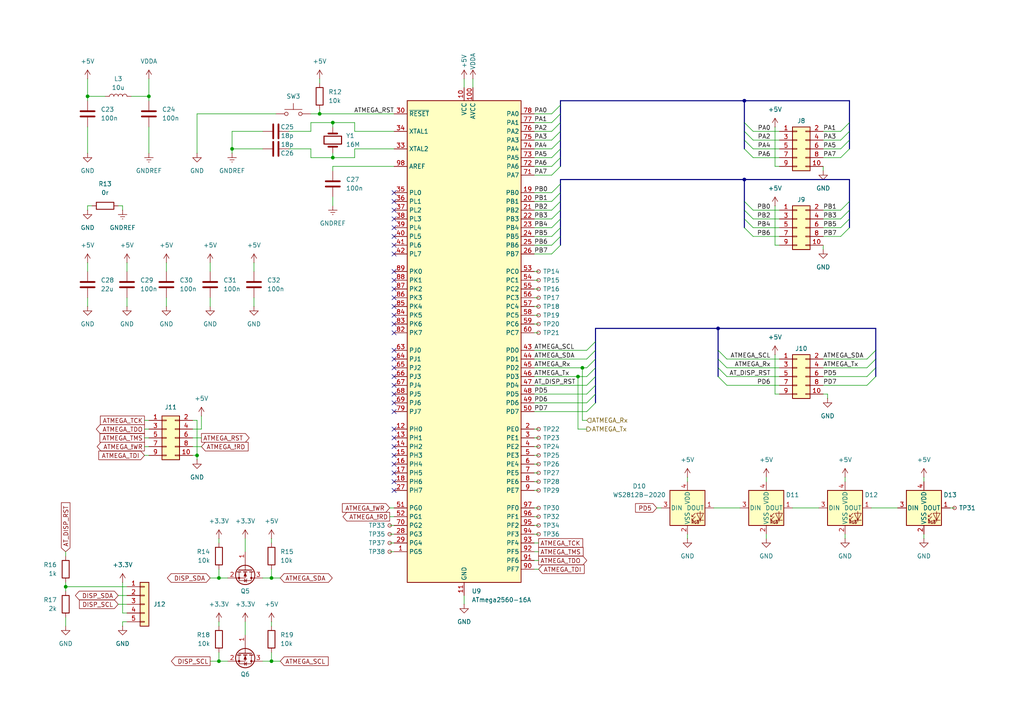
<source format=kicad_sch>
(kicad_sch (version 20231120) (generator "eeschema") (generator_version "8.0")
  (paper "A4")
  (title_block (rev "v1.0") (company "Mechatronik Schule Winterthur"))
  (junction (at 63.5 167.64))
  (junction (at 43.18 27.94))
  (junction (at 168.91 106.68))
  (junction (at 215.9 52.07))
  (junction (at 96.52 35.56))
  (junction (at 19.05 170.18))
  (junction (at 67.31 43.18))
  (junction (at 78.74 191.77))
  (junction (at 208.28 95.25))
  (junction (at 215.9 29.21))
  (junction (at 96.52 45.72))
  (junction (at 78.74 167.64))
  (junction (at 25.4 27.94))
  (junction (at 92.71 33.02))
  (junction (at 63.5 191.77))
  (junction (at 57.15 132.08))
  (junction (at 167.64 109.22))
  (no_connect (at 114.3 60.96))
  (no_connect (at 114.3 71.12))
  (no_connect (at 114.3 137.16))
  (no_connect (at 114.3 111.76))
  (no_connect (at 114.3 81.28))
  (no_connect (at 114.3 114.3))
  (no_connect (at 114.3 88.9))
  (no_connect (at 114.3 134.62))
  (no_connect (at 114.3 66.04))
  (no_connect (at 114.3 142.24))
  (no_connect (at 114.3 58.42))
  (no_connect (at 114.3 104.14))
  (no_connect (at 114.3 119.38))
  (no_connect (at 114.3 116.84))
  (no_connect (at 114.3 124.46))
  (no_connect (at 114.3 55.88))
  (no_connect (at 114.3 91.44))
  (no_connect (at 114.3 83.82))
  (no_connect (at 114.3 132.08))
  (no_connect (at 114.3 127))
  (no_connect (at 114.3 78.74))
  (no_connect (at 114.3 101.6))
  (no_connect (at 114.3 129.54))
  (no_connect (at 114.3 86.36))
  (no_connect (at 114.3 68.58))
  (no_connect (at 114.3 106.68))
  (no_connect (at 114.3 139.7))
  (no_connect (at 114.3 109.22))
  (no_connect (at 114.3 73.66))
  (no_connect (at 114.3 93.98))
  (no_connect (at 114.3 63.5))
  (no_connect (at 114.3 96.52))
  (bus_entry (at 215.9 40.64) (size 2.54 2.54))
  (bus_entry (at 160.02 45.72) (size 2.54 -2.54))
  (bus_entry (at 243.84 68.58) (size 2.54 -2.54))
  (bus_entry (at 251.46 106.68) (size 2.54 -2.54))
  (bus_entry (at 251.46 109.22) (size 2.54 -2.54))
  (bus_entry (at 160.02 73.66) (size 2.54 -2.54))
  (bus_entry (at 170.18 114.3) (size 2.54 -2.54))
  (bus_entry (at 160.02 71.12) (size 2.54 -2.54))
  (bus_entry (at 170.18 106.68) (size 2.54 -2.54))
  (bus_entry (at 160.02 60.96) (size 2.54 -2.54))
  (bus_entry (at 170.18 116.84) (size 2.54 -2.54))
  (bus_entry (at 215.9 60.96) (size 2.54 2.54))
  (bus_entry (at 160.02 35.56) (size 2.54 -2.54))
  (bus_entry (at 160.02 68.58) (size 2.54 -2.54))
  (bus_entry (at 170.18 104.14) (size 2.54 -2.54))
  (bus_entry (at 160.02 38.1) (size 2.54 -2.54))
  (bus_entry (at 160.02 66.04) (size 2.54 -2.54))
  (bus_entry (at 243.84 43.18) (size 2.54 -2.54))
  (bus_entry (at 160.02 63.5) (size 2.54 -2.54))
  (bus_entry (at 170.18 111.76) (size 2.54 -2.54))
  (bus_entry (at 208.28 106.68) (size 2.54 2.54))
  (bus_entry (at 160.02 50.8) (size 2.54 -2.54))
  (bus_entry (at 251.46 111.76) (size 2.54 -2.54))
  (bus_entry (at 243.84 45.72) (size 2.54 -2.54))
  (bus_entry (at 215.9 35.56) (size 2.54 2.54))
  (bus_entry (at 215.9 66.04) (size 2.54 2.54))
  (bus_entry (at 208.28 101.6) (size 2.54 2.54))
  (bus_entry (at 243.84 63.5) (size 2.54 -2.54))
  (bus_entry (at 215.9 38.1) (size 2.54 2.54))
  (bus_entry (at 208.28 104.14) (size 2.54 2.54))
  (bus_entry (at 251.46 104.14) (size 2.54 -2.54))
  (bus_entry (at 160.02 33.02) (size 2.54 -2.54))
  (bus_entry (at 170.18 119.38) (size 2.54 -2.54))
  (bus_entry (at 160.02 43.18) (size 2.54 -2.54))
  (bus_entry (at 160.02 55.88) (size 2.54 -2.54))
  (bus_entry (at 243.84 38.1) (size 2.54 -2.54))
  (bus_entry (at 208.28 109.22) (size 2.54 2.54))
  (bus_entry (at 170.18 101.6) (size 2.54 -2.54))
  (bus_entry (at 243.84 40.64) (size 2.54 -2.54))
  (bus_entry (at 160.02 40.64) (size 2.54 -2.54))
  (bus_entry (at 215.9 58.42) (size 2.54 2.54))
  (bus_entry (at 215.9 63.5) (size 2.54 2.54))
  (bus_entry (at 215.9 43.18) (size 2.54 2.54))
  (bus_entry (at 160.02 48.26) (size 2.54 -2.54))
  (bus_entry (at 243.84 66.04) (size 2.54 -2.54))
  (bus_entry (at 170.18 109.22) (size 2.54 -2.54))
  (bus_entry (at 160.02 58.42) (size 2.54 -2.54))
  (bus_entry (at 243.84 60.96) (size 2.54 -2.54))
  (wire (pts (xy 78.74 191.77) (xy 81.28 191.77)))
  (bus (pts (xy 215.9 40.64) (xy 215.9 43.18)))
  (wire (pts (xy 154.94 88.9) (xy 156.21 88.9)))
  (wire (pts (xy 96.52 35.56) (xy 102.87 35.56)))
  (bus (pts (xy 208.28 101.6) (xy 208.28 104.14)))
  (wire (pts (xy 154.94 43.18) (xy 160.02 43.18)))
  (wire (pts (xy 224.79 59.69) (xy 224.79 71.12)))
  (wire (pts (xy 154.94 78.74) (xy 156.21 78.74)))
  (wire (pts (xy 76.2 38.1) (xy 67.31 38.1)))
  (wire (pts (xy 36.83 76.2) (xy 36.83 78.74)))
  (wire (pts (xy 114.3 157.48) (xy 113.03 157.48)))
  (wire (pts (xy 154.94 35.56) (xy 160.02 35.56)))
  (bus (pts (xy 246.38 29.21) (xy 246.38 35.56)))
  (bus (pts (xy 254 104.14) (xy 254 101.6)))
  (wire (pts (xy 90.17 43.18) (xy 83.82 43.18)))
  (wire (pts (xy 245.11 154.94) (xy 245.11 156.21)))
  (wire (pts (xy 19.05 179.07) (xy 19.05 181.61)))
  (wire (pts (xy 224.79 114.3) (xy 226.06 114.3)))
  (wire (pts (xy 96.52 35.56) (xy 96.52 36.83)))
  (wire (pts (xy 134.62 22.86) (xy 134.62 25.4)))
  (wire (pts (xy 36.83 180.34) (xy 35.56 180.34)))
  (wire (pts (xy 245.11 138.43) (xy 245.11 139.7)))
  (wire (pts (xy 238.76 43.18) (xy 243.84 43.18)))
  (wire (pts (xy 168.91 121.92) (xy 168.91 106.68)))
  (wire (pts (xy 199.39 138.43) (xy 199.39 139.7)))
  (wire (pts (xy 63.5 165.1) (xy 63.5 167.64)))
  (bus (pts (xy 246.38 38.1) (xy 246.38 40.64)))
  (wire (pts (xy 63.5 156.21) (xy 63.5 157.48)))
  (wire (pts (xy 114.3 154.94) (xy 113.03 154.94)))
  (wire (pts (xy 71.12 180.34) (xy 71.12 184.15)))
  (bus (pts (xy 162.56 55.88) (xy 162.56 58.42)))
  (wire (pts (xy 78.74 189.23) (xy 78.74 191.77)))
  (wire (pts (xy 78.74 180.34) (xy 78.74 181.61)))
  (wire (pts (xy 55.88 129.54) (xy 58.42 129.54)))
  (wire (pts (xy 260.35 147.32) (xy 252.73 147.32)))
  (wire (pts (xy 353.06 276.86) (xy 353.06 278.13)))
  (wire (pts (xy 41.91 124.46) (xy 43.18 124.46)))
  (wire (pts (xy 238.76 104.14) (xy 251.46 104.14)))
  (bus (pts (xy 162.56 29.21) (xy 215.9 29.21)))
  (wire (pts (xy 154.94 38.1) (xy 160.02 38.1)))
  (wire (pts (xy 199.39 154.94) (xy 199.39 156.21)))
  (wire (pts (xy 41.91 132.08) (xy 43.18 132.08)))
  (wire (pts (xy 41.91 121.92) (xy 43.18 121.92)))
  (wire (pts (xy 19.05 160.02) (xy 19.05 161.29)))
  (bus (pts (xy 246.38 58.42) (xy 246.38 60.96)))
  (wire (pts (xy 154.94 96.52) (xy 156.21 96.52)))
  (bus (pts (xy 162.56 35.56) (xy 162.56 38.1)))
  (bus (pts (xy 246.38 52.07) (xy 246.38 58.42)))
  (wire (pts (xy 154.94 81.28) (xy 156.21 81.28)))
  (wire (pts (xy 36.83 177.8) (xy 35.56 177.8)))
  (wire (pts (xy 224.79 102.87) (xy 224.79 114.3)))
  (wire (pts (xy 25.4 86.36) (xy 25.4 88.9)))
  (wire (pts (xy 170.18 121.92) (xy 168.91 121.92)))
  (wire (pts (xy 102.87 35.56) (xy 102.87 38.1)))
  (wire (pts (xy 240.03 114.3) (xy 240.03 115.57)))
  (wire (pts (xy 60.96 76.2) (xy 60.96 78.74)))
  (wire (pts (xy 76.2 167.64) (xy 78.74 167.64)))
  (wire (pts (xy 224.79 71.12) (xy 226.06 71.12)))
  (wire (pts (xy 154.94 101.6) (xy 170.18 101.6)))
  (bus (pts (xy 172.72 95.25) (xy 172.72 99.06)))
  (wire (pts (xy 63.5 167.64) (xy 66.04 167.64)))
  (wire (pts (xy 218.44 40.64) (xy 226.06 40.64)))
  (wire (pts (xy 210.82 111.76) (xy 226.06 111.76)))
  (bus (pts (xy 215.9 58.42) (xy 215.9 60.96)))
  (wire (pts (xy 58.42 124.46) (xy 58.42 120.65)))
  (bus (pts (xy 208.28 95.25) (xy 208.28 101.6)))
  (wire (pts (xy 210.82 104.14) (xy 226.06 104.14)))
  (wire (pts (xy 92.71 31.75) (xy 92.71 33.02)))
  (bus (pts (xy 162.56 60.96) (xy 162.56 63.5)))
  (wire (pts (xy 267.97 138.43) (xy 267.97 139.7)))
  (wire (pts (xy 154.94 50.8) (xy 160.02 50.8)))
  (wire (pts (xy 154.94 83.82) (xy 156.21 83.82)))
  (wire (pts (xy 167.64 109.22) (xy 170.18 109.22)))
  (wire (pts (xy 55.88 132.08) (xy 57.15 132.08)))
  (wire (pts (xy 154.94 147.32) (xy 156.21 147.32)))
  (wire (pts (xy 43.18 22.86) (xy 43.18 27.94)))
  (wire (pts (xy 238.76 106.68) (xy 251.46 106.68)))
  (wire (pts (xy 114.3 160.02) (xy 113.03 160.02)))
  (bus (pts (xy 162.56 40.64) (xy 162.56 43.18)))
  (wire (pts (xy 154.94 109.22) (xy 167.64 109.22)))
  (wire (pts (xy 80.01 33.02) (xy 57.15 33.02)))
  (wire (pts (xy 38.1 27.94) (xy 43.18 27.94)))
  (wire (pts (xy 238.76 71.12) (xy 238.76 72.39)))
  (wire (pts (xy 73.66 86.36) (xy 73.66 88.9)))
  (wire (pts (xy 137.16 22.86) (xy 137.16 25.4)))
  (wire (pts (xy 90.17 35.56) (xy 96.52 35.56)))
  (wire (pts (xy 154.94 165.1) (xy 156.21 165.1)))
  (wire (pts (xy 57.15 121.92) (xy 57.15 132.08)))
  (wire (pts (xy 60.96 167.64) (xy 63.5 167.64)))
  (wire (pts (xy 154.94 93.98) (xy 156.21 93.98)))
  (wire (pts (xy 25.4 60.96) (xy 25.4 59.69)))
  (bus (pts (xy 172.72 111.76) (xy 172.72 114.3)))
  (wire (pts (xy 83.82 38.1) (xy 90.17 38.1)))
  (wire (pts (xy 113.03 147.32) (xy 114.3 147.32)))
  (wire (pts (xy 113.03 149.86) (xy 114.3 149.86)))
  (bus (pts (xy 172.72 106.68) (xy 172.72 109.22)))
  (wire (pts (xy 96.52 44.45) (xy 96.52 45.72)))
  (wire (pts (xy 92.71 33.02) (xy 114.3 33.02)))
  (wire (pts (xy 154.94 58.42) (xy 160.02 58.42)))
  (wire (pts (xy 67.31 43.18) (xy 76.2 43.18)))
  (wire (pts (xy 218.44 43.18) (xy 226.06 43.18)))
  (wire (pts (xy 43.18 36.83) (xy 43.18 44.45)))
  (wire (pts (xy 154.94 60.96) (xy 160.02 60.96)))
  (wire (pts (xy 154.94 40.64) (xy 160.02 40.64)))
  (wire (pts (xy 154.94 63.5) (xy 160.02 63.5)))
  (wire (pts (xy 224.79 36.83) (xy 224.79 48.26)))
  (wire (pts (xy 25.4 27.94) (xy 30.48 27.94)))
  (wire (pts (xy 154.94 71.12) (xy 160.02 71.12)))
  (wire (pts (xy 55.88 121.92) (xy 57.15 121.92)))
  (wire (pts (xy 154.94 149.86) (xy 156.21 149.86)))
  (wire (pts (xy 154.94 132.08) (xy 156.21 132.08)))
  (wire (pts (xy 375.92 276.86) (xy 375.92 278.13)))
  (wire (pts (xy 154.94 129.54) (xy 156.21 129.54)))
  (bus (pts (xy 162.56 52.07) (xy 215.9 52.07)))
  (wire (pts (xy 168.91 106.68) (xy 170.18 106.68)))
  (wire (pts (xy 34.29 172.72) (xy 36.83 172.72)))
  (bus (pts (xy 172.72 99.06) (xy 172.72 101.6)))
  (wire (pts (xy 73.66 76.2) (xy 73.66 78.74)))
  (wire (pts (xy 48.26 86.36) (xy 48.26 88.9)))
  (wire (pts (xy 167.64 124.46) (xy 167.64 109.22)))
  (wire (pts (xy 60.96 191.77) (xy 63.5 191.77)))
  (wire (pts (xy 43.18 27.94) (xy 43.18 29.21)))
  (wire (pts (xy 154.94 127) (xy 156.21 127)))
  (wire (pts (xy 154.94 48.26) (xy 160.02 48.26)))
  (wire (pts (xy 222.25 154.94) (xy 222.25 156.21)))
  (wire (pts (xy 41.91 129.54) (xy 43.18 129.54)))
  (wire (pts (xy 48.26 76.2) (xy 48.26 78.74)))
  (bus (pts (xy 246.38 63.5) (xy 246.38 66.04)))
  (wire (pts (xy 218.44 66.04) (xy 226.06 66.04)))
  (wire (pts (xy 154.94 142.24) (xy 156.21 142.24)))
  (bus (pts (xy 162.56 58.42) (xy 162.56 60.96)))
  (wire (pts (xy 154.94 139.7) (xy 156.21 139.7)))
  (wire (pts (xy 224.79 48.26) (xy 226.06 48.26)))
  (wire (pts (xy 154.94 68.58) (xy 160.02 68.58)))
  (wire (pts (xy 218.44 63.5) (xy 226.06 63.5)))
  (wire (pts (xy 102.87 38.1) (xy 114.3 38.1)))
  (wire (pts (xy 19.05 170.18) (xy 36.83 170.18)))
  (wire (pts (xy 238.76 40.64) (xy 243.84 40.64)))
  (wire (pts (xy 19.05 170.18) (xy 19.05 171.45)))
  (wire (pts (xy 154.94 160.02) (xy 156.21 160.02)))
  (wire (pts (xy 96.52 48.26) (xy 114.3 48.26)))
  (bus (pts (xy 162.56 68.58) (xy 162.56 71.12)))
  (bus (pts (xy 162.56 30.48) (xy 162.56 33.02)))
  (wire (pts (xy 55.88 127) (xy 58.42 127)))
  (wire (pts (xy 154.94 116.84) (xy 170.18 116.84)))
  (wire (pts (xy 90.17 45.72) (xy 90.17 43.18)))
  (bus (pts (xy 162.56 66.04) (xy 162.56 68.58)))
  (bus (pts (xy 254 106.68) (xy 254 104.14)))
  (wire (pts (xy 238.76 60.96) (xy 243.84 60.96)))
  (wire (pts (xy 102.87 43.18) (xy 102.87 45.72)))
  (wire (pts (xy 218.44 68.58) (xy 226.06 68.58)))
  (wire (pts (xy 222.25 138.43) (xy 222.25 139.7)))
  (wire (pts (xy 78.74 156.21) (xy 78.74 157.48)))
  (bus (pts (xy 215.9 63.5) (xy 215.9 66.04)))
  (bus (pts (xy 215.9 29.21) (xy 215.9 35.56)))
  (wire (pts (xy 35.56 59.69) (xy 34.29 59.69)))
  (bus (pts (xy 215.9 38.1) (xy 215.9 40.64)))
  (bus (pts (xy 172.72 109.22) (xy 172.72 111.76)))
  (wire (pts (xy 154.94 152.4) (xy 156.21 152.4)))
  (wire (pts (xy 76.2 191.77) (xy 78.74 191.77)))
  (wire (pts (xy 57.15 132.08) (xy 57.15 133.35)))
  (wire (pts (xy 134.62 172.72) (xy 134.62 175.26)))
  (wire (pts (xy 63.5 180.34) (xy 63.5 181.61)))
  (wire (pts (xy 92.71 22.86) (xy 92.71 24.13)))
  (wire (pts (xy 78.74 167.64) (xy 81.28 167.64)))
  (wire (pts (xy 154.94 55.88) (xy 160.02 55.88)))
  (wire (pts (xy 210.82 106.68) (xy 226.06 106.68)))
  (wire (pts (xy 238.76 63.5) (xy 243.84 63.5)))
  (wire (pts (xy 276.86 147.32) (xy 275.59 147.32)))
  (wire (pts (xy 71.12 156.21) (xy 71.12 160.02)))
  (wire (pts (xy 207.01 147.32) (xy 214.63 147.32)))
  (wire (pts (xy 154.94 106.68) (xy 168.91 106.68)))
  (bus (pts (xy 162.56 45.72) (xy 162.56 48.26)))
  (wire (pts (xy 96.52 49.53) (xy 96.52 48.26)))
  (wire (pts (xy 398.78 276.86) (xy 398.78 278.13)))
  (wire (pts (xy 63.5 191.77) (xy 66.04 191.77)))
  (wire (pts (xy 35.56 180.34) (xy 35.56 181.61)))
  (wire (pts (xy 19.05 168.91) (xy 19.05 170.18)))
  (bus (pts (xy 254 101.6) (xy 254 95.25)))
  (wire (pts (xy 238.76 109.22) (xy 251.46 109.22)))
  (bus (pts (xy 172.72 101.6) (xy 172.72 104.14)))
  (wire (pts (xy 154.94 114.3) (xy 170.18 114.3)))
  (wire (pts (xy 114.3 152.4) (xy 113.03 152.4)))
  (wire (pts (xy 102.87 45.72) (xy 96.52 45.72)))
  (wire (pts (xy 238.76 114.3) (xy 240.03 114.3)))
  (wire (pts (xy 154.94 45.72) (xy 160.02 45.72)))
  (bus (pts (xy 254 95.25) (xy 208.28 95.25)))
  (bus (pts (xy 208.28 104.14) (xy 208.28 106.68)))
  (bus (pts (xy 172.72 114.3) (xy 172.72 116.84)))
  (wire (pts (xy 154.94 154.94) (xy 156.21 154.94)))
  (bus (pts (xy 162.56 38.1) (xy 162.56 40.64)))
  (bus (pts (xy 172.72 95.25) (xy 208.28 95.25)))
  (wire (pts (xy 34.29 175.26) (xy 36.83 175.26)))
  (wire (pts (xy 154.94 162.56) (xy 156.21 162.56)))
  (wire (pts (xy 154.94 124.46) (xy 156.21 124.46)))
  (wire (pts (xy 267.97 154.94) (xy 267.97 156.21)))
  (bus (pts (xy 246.38 60.96) (xy 246.38 63.5)))
  (bus (pts (xy 215.9 29.21) (xy 246.38 29.21)))
  (wire (pts (xy 154.94 157.48) (xy 156.21 157.48)))
  (wire (pts (xy 330.2 276.86) (xy 330.2 278.13)))
  (wire (pts (xy 154.94 134.62) (xy 156.21 134.62)))
  (wire (pts (xy 35.56 60.96) (xy 35.56 59.69)))
  (wire (pts (xy 63.5 189.23) (xy 63.5 191.77)))
  (wire (pts (xy 154.94 86.36) (xy 156.21 86.36)))
  (wire (pts (xy 25.4 22.86) (xy 25.4 27.94)))
  (wire (pts (xy 154.94 66.04) (xy 160.02 66.04)))
  (wire (pts (xy 25.4 27.94) (xy 25.4 29.21)))
  (wire (pts (xy 154.94 73.66) (xy 160.02 73.66)))
  (wire (pts (xy 114.3 43.18) (xy 102.87 43.18)))
  (wire (pts (xy 218.44 60.96) (xy 226.06 60.96)))
  (wire (pts (xy 67.31 38.1) (xy 67.31 43.18)))
  (bus (pts (xy 208.28 106.68) (xy 208.28 109.22)))
  (bus (pts (xy 246.38 35.56) (xy 246.38 38.1)))
  (bus (pts (xy 215.9 52.07) (xy 246.38 52.07)))
  (bus (pts (xy 215.9 60.96) (xy 215.9 63.5)))
  (wire (pts (xy 96.52 57.15) (xy 96.52 59.69)))
  (wire (pts (xy 78.74 165.1) (xy 78.74 167.64)))
  (wire (pts (xy 218.44 38.1) (xy 226.06 38.1)))
  (wire (pts (xy 190.5 147.32) (xy 191.77 147.32)))
  (wire (pts (xy 25.4 36.83) (xy 25.4 44.45)))
  (wire (pts (xy 96.52 45.72) (xy 90.17 45.72)))
  (wire (pts (xy 238.76 111.76) (xy 251.46 111.76)))
  (wire (pts (xy 154.94 33.02) (xy 160.02 33.02)))
  (wire (pts (xy 36.83 86.36) (xy 36.83 88.9)))
  (wire (pts (xy 90.17 33.02) (xy 92.71 33.02)))
  (bus (pts (xy 162.56 52.07) (xy 162.56 53.34)))
  (wire (pts (xy 41.91 127) (xy 43.18 127)))
  (wire (pts (xy 154.94 137.16) (xy 156.21 137.16)))
  (wire (pts (xy 154.94 104.14) (xy 170.18 104.14)))
  (wire (pts (xy 238.76 38.1) (xy 243.84 38.1)))
  (wire (pts (xy 238.76 68.58) (xy 243.84 68.58)))
  (wire (pts (xy 210.82 109.22) (xy 226.06 109.22)))
  (wire (pts (xy 90.17 38.1) (xy 90.17 35.56)))
  (bus (pts (xy 246.38 40.64) (xy 246.38 43.18)))
  (bus (pts (xy 162.56 29.21) (xy 162.56 30.48)))
  (bus (pts (xy 215.9 52.07) (xy 215.9 58.42)))
  (wire (pts (xy 170.18 124.46) (xy 167.64 124.46)))
  (wire (pts (xy 154.94 119.38) (xy 170.18 119.38)))
  (wire (pts (xy 60.96 86.36) (xy 60.96 88.9)))
  (wire (pts (xy 229.87 147.32) (xy 237.49 147.32)))
  (bus (pts (xy 162.56 53.34) (xy 162.56 55.88)))
  (wire (pts (xy 238.76 45.72) (xy 243.84 45.72)))
  (bus (pts (xy 162.56 33.02) (xy 162.56 35.56)))
  (wire (pts (xy 154.94 91.44) (xy 156.21 91.44)))
  (wire (pts (xy 35.56 177.8) (xy 35.56 168.91)))
  (bus (pts (xy 162.56 63.5) (xy 162.56 66.04)))
  (wire (pts (xy 218.44 45.72) (xy 226.06 45.72)))
  (bus (pts (xy 162.56 43.18) (xy 162.56 45.72)))
  (wire (pts (xy 238.76 48.26) (xy 238.76 49.53)))
  (bus (pts (xy 254 109.22) (xy 254 106.68)))
  (wire (pts (xy 154.94 111.76) (xy 170.18 111.76)))
  (wire (pts (xy 55.88 124.46) (xy 58.42 124.46)))
  (wire (pts (xy 57.15 33.02) (xy 57.15 44.45)))
  (wire (pts (xy 67.31 43.18) (xy 67.31 44.45)))
  (wire (pts (xy 25.4 59.69) (xy 26.67 59.69)))
  (wire (pts (xy 25.4 76.2) (xy 25.4 78.74)))
  (bus (pts (xy 215.9 35.56) (xy 215.9 38.1)))
  (wire (pts (xy 238.76 66.04) (xy 243.84 66.04)))
  (bus (pts (xy 172.72 104.14) (xy 172.72 106.68)))
  (label "PA0" (at 223.52 38.1 180))
  (label "PB6" (at 154.94 71.12 0))
  (label "PB3" (at 154.94 63.5 0))
  (label "ATMEGA_SCL" (at 223.52 104.14 180))
  (label "ATMEGA_Rx" (at 154.94 106.68 0))
  (label "ATMEGA_Tx" (at 154.94 109.22 0))
  (label "PB2" (at 154.94 60.96 0))
  (label "PD7" (at 154.94 119.38 0))
  (label "PB5" (at 238.76 66.04 0))
  (label "PB6" (at 223.52 68.58 180))
  (label "PA6" (at 223.52 45.72 180))
  (label "AT_DISP_RST" (at 154.94 111.76 0))
  (label "ATMEGA_RST" (at 114.3 33.02 180))
  (label "PD7" (at 238.76 111.76 0))
  (label "PD5" (at 238.76 109.22 0))
  (label "PB0" (at 223.52 60.96 180))
  (label "PB0" (at 154.94 55.88 0))
  (label "AT_DISP_RST" (at 223.52 109.22 180))
  (label "PA5" (at 238.76 43.18 0))
  (label "ATMEGA_SCL" (at 154.94 101.6 0))
  (label "PA1" (at 154.94 35.56 0))
  (label "PA2" (at 223.52 40.64 180))
  (label "ATMEGA_SDA" (at 154.94 104.14 0))
  (label "PB1" (at 154.94 58.42 0))
  (label "PB1" (at 238.76 60.96 0))
  (label "PD6" (at 154.94 116.84 0))
  (label "PB7" (at 154.94 73.66 0))
  (label "PB7" (at 238.76 68.58 0))
  (label "PA1" (at 238.76 38.1 0))
  (label "ATMEGA_Tx" (at 238.76 106.68 0))
  (label "PB4" (at 223.52 66.04 180))
  (label "PA0" (at 154.94 33.02 0))
  (label "PB5" (at 154.94 68.58 0))
  (label "PA3" (at 154.94 40.64 0))
  (label "PB3" (at 238.76 63.5 0))
  (label "ATMEGA_Rx" (at 223.52 106.68 180))
  (label "PB2" (at 223.52 63.5 180))
  (label "PA7" (at 238.76 45.72 0))
  (label "PB4" (at 154.94 66.04 0))
  (label "PA7" (at 154.94 50.8 0))
  (label "ATMEGA_SDA" (at 238.76 104.14 0))
  (label "PA4" (at 223.52 43.18 180))
  (label "PA6" (at 154.94 48.26 0))
  (label "PA2" (at 154.94 38.1 0))
  (label "PA3" (at 238.76 40.64 0))
  (label "PA5" (at 154.94 45.72 0))
  (label "PD6" (at 223.52 111.76 180))
  (label "PD5" (at 154.94 114.3 0))
  (label "PA4" (at 154.94 43.18 0))
  (global_label "AT_DISP_RST" (shape input) (at 19.05 160.02 90) (property "Intersheetrefs" "${INTERSHEET_REFS}" (effects (hide yes))))
  (global_label "ATMEGA_RST" (shape output) (at 58.42 127 0) (property "Intersheetrefs" "${INTERSHEET_REFS}" (effects (hide yes))))
  (global_label "ATMEGA_TDI" (shape input) (at 41.91 132.08 180) (property "Intersheetrefs" "${INTERSHEET_REFS}" (effects (hide yes))))
  (global_label "ATMEGA_SCL" (shape input) (at 81.28 191.77 0) (property "Intersheetrefs" "${INTERSHEET_REFS}" (effects (hide yes))))
  (global_label "PD5" (shape input) (at 190.5 147.32 180) (property "Intersheetrefs" "${INTERSHEET_REFS}" (effects (hide yes))))
  (global_label "ATMEGA_!WR" (shape input) (at 113.03 147.32 180) (property "Intersheetrefs" "${INTERSHEET_REFS}" (effects (hide yes))))
  (global_label "ATMEGA_TDI" (shape input) (at 156.21 165.1 0) (property "Intersheetrefs" "${INTERSHEET_REFS}" (effects (hide yes))))
  (global_label "ATMEGA_TMS" (shape passive) (at 41.91 127 180) (property "Intersheetrefs" "${INTERSHEET_REFS}" (effects (hide yes))))
  (global_label "DISP_SCL" (shape output) (at 60.96 191.77 180) (property "Intersheetrefs" "${INTERSHEET_REFS}" (effects (hide yes))))
  (global_label "ATMEGA_TCK" (shape passive) (at 156.21 157.48 0) (property "Intersheetrefs" "${INTERSHEET_REFS}" (effects (hide yes))))
  (global_label "ATMEGA_TMS" (shape passive) (at 156.21 160.02 0) (property "Intersheetrefs" "${INTERSHEET_REFS}" (effects (hide yes))))
  (global_label "ATMEGA_!WR" (shape output) (at 41.91 129.54 180) (property "Intersheetrefs" "${INTERSHEET_REFS}" (effects (hide yes))))
  (global_label "ATMEGA_SDA" (shape bidirectional) (at 81.28 167.64 0) (property "Intersheetrefs" "${INTERSHEET_REFS}" (effects (hide yes))))
  (global_label "ATMEGA_TCK" (shape passive) (at 41.91 121.92 180) (property "Intersheetrefs" "${INTERSHEET_REFS}" (effects (hide yes))))
  (global_label "DISP_SDA" (shape bidirectional) (at 60.96 167.64 180) (property "Intersheetrefs" "${INTERSHEET_REFS}" (effects (hide yes))))
  (global_label "DISP_SDA" (shape bidirectional) (at 34.29 172.72 180) (property "Intersheetrefs" "${INTERSHEET_REFS}" (effects (hide yes))))
  (global_label "ATMEGA_!RD" (shape input) (at 58.42 129.54 0) (property "Intersheetrefs" "${INTERSHEET_REFS}" (effects (hide yes))))
  (global_label "ATMEGA_TDO" (shape output) (at 41.91 124.46 180) (property "Intersheetrefs" "${INTERSHEET_REFS}" (effects (hide yes))))
  (global_label "DISP_SCL" (shape input) (at 34.29 175.26 180) (property "Intersheetrefs" "${INTERSHEET_REFS}" (effects (hide yes))))
  (global_label "ATMEGA_!RD" (shape output) (at 113.03 149.86 180) (property "Intersheetrefs" "${INTERSHEET_REFS}" (effects (hide yes))))
  (global_label "ATMEGA_TDO" (shape output) (at 156.21 162.56 0) (property "Intersheetrefs" "${INTERSHEET_REFS}" (effects (hide yes))))
  (hierarchical_label "ATMEGA_Tx" (shape output) (at 170.18 124.46 0))
  (hierarchical_label "ATMEGA_Rx" (shape input) (at 170.18 121.92 0))
  (symbol (lib_id "power:GND") (at 25.4 60.96 0) (unit 1)
    (property "Reference" "#PWR0105" (effects (hide yes)))
    (property "Value" "GND" (at 25.4 66.04 0))
    (property "Description" "Power symbol creates a global label with name \"GND\" , ground" (effects (hide yes)))
  )
  (symbol (lib_id "Connector:TestPoint_Small") (at 113.03 160.02 180) (unit 1)
    (property "Reference" "TP38" (at 111.76 160.0201 0) (effects (justify left)))
    (property "Value" "TestPoint_Small" (effects (hide yes)))
    (property "Footprint" "TestPoint:TestPoint_Pad_D1.0mm" (effects (hide yes)))
    (property "Description" "test point" (effects (hide yes)))
  )
  (symbol (lib_id "power:GND") (at 398.78 278.13 0) (unit 1)
    (property "Reference" "#PWR0144" (effects (hide yes)))
    (property "Value" "GND" (at 398.78 283.21 0))
    (property "Description" "Power symbol creates a global label with name \"GND\" , ground" (effects (hide yes)))
  )
  (symbol (lib_id "power:+5V") (at 199.39 138.43 0) (unit 1)
    (property "Reference" "#PWR0123" (effects (hide yes)))
    (property "Value" "+5V" (at 199.39 133.35 0))
    (property "Description" "Power symbol creates a global label with name \"+5V\"" (effects (hide yes)))
  )
  (symbol (lib_id "Connector:TestPoint_Small") (at 156.21 149.86 0) (unit 1)
    (property "Reference" "TP32" (at 157.48 149.8599 0) (effects (justify left)))
    (property "Value" "TestPoint_Small" (effects (hide yes)))
    (property "Footprint" "TestPoint:TestPoint_Pad_D1.0mm" (effects (hide yes)))
    (property "Description" "test point" (effects (hide yes)))
  )
  (symbol (lib_id "power:+5V") (at 134.62 22.86 0) (unit 1)
    (property "Reference" "#PWR096" (effects (hide yes)))
    (property "Value" "+5V" (at 134.62 17.78 90))
    (property "Description" "Power symbol creates a global label with name \"+5V\"" (effects (hide yes)))
  )
  (symbol (lib_id "power:+5V") (at 60.96 76.2 0) (unit 1)
    (property "Reference" "#PWR0112" (effects (hide yes)))
    (property "Value" "+5V" (at 60.96 71.12 0))
    (property "Description" "Power symbol creates a global label with name \"+5V\"" (effects (hide yes)))
  )
  (symbol (lib_id "power:+3.3V") (at 35.56 168.91 0) (unit 1)
    (property "Reference" "#PWR0134" (effects (hide yes)))
    (property "Value" "+3.3V" (at 35.56 163.83 0))
    (property "Description" "Power symbol creates a global label with name \"+3.3V\"" (effects (hide yes)))
  )
  (symbol (lib_id "power:+5V") (at 36.83 76.2 0) (unit 1)
    (property "Reference" "#PWR0110" (effects (hide yes)))
    (property "Value" "+5V" (at 36.83 71.12 0))
    (property "Description" "Power symbol creates a global label with name \"+5V\"" (effects (hide yes)))
  )
  (symbol (lib_id "power:+5V") (at 48.26 76.2 0) (unit 1)
    (property "Reference" "#PWR0111" (effects (hide yes)))
    (property "Value" "+5V" (at 48.26 71.12 0))
    (property "Description" "Power symbol creates a global label with name \"+5V\"" (effects (hide yes)))
  )
  (symbol (lib_id "Connector:TestPoint_Small") (at 113.03 154.94 180) (unit 1)
    (property "Reference" "TP35" (at 111.76 154.9401 0) (effects (justify left)))
    (property "Value" "TestPoint_Small" (effects (hide yes)))
    (property "Footprint" "TestPoint:TestPoint_Pad_D1.0mm" (effects (hide yes)))
    (property "Description" "test point" (effects (hide yes)))
  )
  (symbol (lib_id "Device:C") (at 25.4 82.55 0) (unit 1)
    (property "Reference" "C28" (at 29.21 81.2799 0) (effects (justify left)))
    (property "Value" "22u" (at 29.21 83.8199 0) (effects (justify left)))
    (property "Footprint" "Capacitor_SMD:C_0805_2012Metric" (effects (hide yes)))
    (property "Description" "Unpolarized capacitor" (effects (hide yes)))
  )
  (symbol (lib_id "power:GND") (at 57.15 44.45 0) (unit 1)
    (property "Reference" "#PWR0101" (effects (hide yes)))
    (property "Value" "GND" (at 57.15 49.53 0))
    (property "Description" "Power symbol creates a global label with name \"GND\" , ground" (effects (hide yes)))
  )
  (symbol (lib_id "power:+5V") (at 58.42 120.65 0) (unit 1)
    (property "Reference" "#PWR0121" (effects (hide yes)))
    (property "Value" "+5V" (at 58.42 115.57 0))
    (property "Description" "Power symbol creates a global label with name \"+5V\"" (effects (hide yes)))
  )
  (symbol (lib_id "power:+5V") (at 78.74 156.21 0) (unit 1)
    (property "Reference" "#PWR0129" (effects (hide yes)))
    (property "Value" "+5V" (at 78.74 151.13 0))
    (property "Description" "Power symbol creates a global label with name \"+5V\"" (effects (hide yes)))
  )
  (symbol (lib_id "power:GND") (at 330.2 278.13 0) (unit 1)
    (property "Reference" "#PWR0141" (effects (hide yes)))
    (property "Value" "GND" (at 330.2 283.21 0))
    (property "Description" "Power symbol creates a global label with name \"GND\" , ground" (effects (hide yes)))
  )
  (symbol (lib_id "LED:WS2812B-2020") (at 267.97 147.32 0) (unit 1)
    (property "Reference" "D13" (at 275.59 143.5414 0))
    (property "Value" "WS2812B-2020" (effects (hide yes)))
    (property "Footprint" "LED_SMD:LED_WS2812B-2020_PLCC4_2.0x2.0mm" (effects (hide yes)))
    (property "Datasheet" "https://cdn-shop.adafruit.com/product-files/4684/4684_WS2812B-2020_V1.3_EN.pdf" (effects (hide yes)))
    (property "Description" "RGB LED with integrated controller, 2.0 x 2.0 mm, 12 mA" (effects (hide yes)))
  )
  (symbol (lib_id "Device:C") (at 36.83 82.55 0) (unit 1)
    (property "Reference" "C29" (at 40.64 81.2799 0) (effects (justify left)))
    (property "Value" "100n" (at 40.64 83.8199 0) (effects (justify left)))
    (property "Footprint" "Capacitor_SMD:C_0805_2012Metric" (effects (hide yes)))
    (property "Description" "Unpolarized capacitor" (effects (hide yes)))
  )
  (symbol (lib_id "power:+5V") (at 245.11 138.43 0) (unit 1)
    (property "Reference" "#PWR0125" (effects (hide yes)))
    (property "Value" "+5V" (at 245.11 133.35 0))
    (property "Description" "Power symbol creates a global label with name \"+5V\"" (effects (hide yes)))
  )
  (symbol (lib_id "power:GNDREF") (at 96.52 59.69 0) (unit 1)
    (property "Reference" "#PWR0107" (effects (hide yes)))
    (property "Value" "GNDREF" (at 96.52 64.77 0))
    (property "Description" "Power symbol creates a global label with name \"GNDREF\" , reference supply ground" (effects (hide yes)))
  )
  (symbol (lib_id "LED:WS2812B-2020") (at 222.25 147.32 0) (unit 1)
    (property "Reference" "D11" (at 229.87 143.5414 0))
    (property "Value" "WS2812B-2020" (effects (hide yes)))
    (property "Footprint" "LED_SMD:LED_WS2812B-2020_PLCC4_2.0x2.0mm" (effects (hide yes)))
    (property "Datasheet" "https://cdn-shop.adafruit.com/product-files/4684/4684_WS2812B-2020_V1.3_EN.pdf" (effects (hide yes)))
    (property "Description" "RGB LED with integrated controller, 2.0 x 2.0 mm, 12 mA" (effects (hide yes)))
  )
  (symbol (lib_id "Connector:TestPoint_Small") (at 156.21 78.74 0) (unit 1)
    (property "Reference" "TP14" (at 157.48 78.7399 0) (effects (justify left)))
    (property "Value" "TestPoint_Small" (effects (hide yes)))
    (property "Footprint" "TestPoint:TestPoint_Pad_D1.0mm" (effects (hide yes)))
    (property "Description" "test point" (effects (hide yes)))
  )
  (symbol (lib_id "Connector:TestPoint_Small") (at 156.21 88.9 0) (unit 1)
    (property "Reference" "TP18" (at 157.48 88.8999 0) (effects (justify left)))
    (property "Value" "TestPoint_Small" (effects (hide yes)))
    (property "Footprint" "TestPoint:TestPoint_Pad_D1.0mm" (effects (hide yes)))
    (property "Description" "test point" (effects (hide yes)))
  )
  (symbol (lib_id "Device:R") (at 63.5 161.29 0) (mirror x) (unit 1)
    (property "Reference" "R14" (at 60.96 160.0199 0) (effects (justify right)))
    (property "Value" "10k" (at 60.96 162.5599 0) (effects (justify right)))
    (property "Footprint" "Resistor_SMD:R_0805_2012Metric" (effects (hide yes)))
    (property "Description" "Resistor" (effects (hide yes)))
  )
  (symbol (lib_id "power:GND") (at 25.4 88.9 0) (unit 1)
    (property "Reference" "#PWR0114" (effects (hide yes)))
    (property "Value" "GND" (at 25.4 93.98 0))
    (property "Description" "Power symbol creates a global label with name \"GND\" , ground" (effects (hide yes)))
  )
  (symbol (lib_id "power:+5V") (at 92.71 22.86 0) (unit 1)
    (property "Reference" "#PWR095" (effects (hide yes)))
    (property "Value" "+5V" (at 92.71 17.78 0))
    (property "Description" "Power symbol creates a global label with name \"+5V\"" (effects (hide yes)))
  )
  (symbol (lib_id "power:GND") (at 375.92 278.13 0) (unit 1)
    (property "Reference" "#PWR0143" (effects (hide yes)))
    (property "Value" "GND" (at 375.92 283.21 0))
    (property "Description" "Power symbol creates a global label with name \"GND\" , ground" (effects (hide yes)))
  )
  (symbol (lib_id "power:+5V") (at 78.74 180.34 0) (unit 1)
    (property "Reference" "#PWR0138" (effects (hide yes)))
    (property "Value" "+5V" (at 78.74 175.26 0))
    (property "Description" "Power symbol creates a global label with name \"+5V\"" (effects (hide yes)))
  )
  (symbol (lib_id "Connector_Generic:Conn_02x05_Odd_Even") (at 231.14 43.18 0) (unit 1)
    (property "Reference" "J8" (at 232.41 35.052 0))
    (property "Value" "Conn_02x05_Odd_Even" (effects (hide yes)))
    (property "Footprint" "Connector_IDC:IDC-Header_2x05_P2.54mm_Vertical" (effects (hide yes)))
    (property "Description" "Generic connector, double row, 02x05, odd/even pin numbering scheme (row 1 odd numbers, row 2 even numbers), script generated (kicad-library-utils/schlib/autogen/connector/)" (effects (hide yes)))
  )
  (symbol (lib_id "Device:C") (at 96.52 53.34 0) (unit 1)
    (property "Reference" "C27" (at 100.33 52.0699 0) (effects (justify left)))
    (property "Value" "100n" (at 100.33 54.6099 0) (effects (justify left)))
    (property "Footprint" "Capacitor_SMD:C_0805_2012Metric" (effects (hide yes)))
    (property "Description" "Unpolarized capacitor" (effects (hide yes)))
  )
  (symbol (lib_id "Connector:TestPoint_Small") (at 156.21 139.7 0) (unit 1)
    (property "Reference" "TP28" (at 157.48 139.6999 0) (effects (justify left)))
    (property "Value" "TestPoint_Small" (effects (hide yes)))
    (property "Footprint" "TestPoint:TestPoint_Pad_D1.0mm" (effects (hide yes)))
    (property "Description" "test point" (effects (hide yes)))
  )
  (symbol (lib_id "power:+5V") (at 224.79 102.87 0) (unit 1)
    (property "Reference" "#PWR0119" (effects (hide yes)))
    (property "Value" "+5V" (at 224.79 97.79 0))
    (property "Description" "Power symbol creates a global label with name \"+5V\"" (effects (hide yes)))
  )
  (symbol (lib_id "power:GND") (at 60.96 88.9 0) (unit 1)
    (property "Reference" "#PWR0117" (effects (hide yes)))
    (property "Value" "GND" (at 60.96 93.98 0))
    (property "Description" "Power symbol creates a global label with name \"GND\" , ground" (effects (hide yes)))
  )
  (symbol (lib_id "Connector:TestPoint_Small") (at 156.21 132.08 0) (unit 1)
    (property "Reference" "TP25" (at 157.48 132.0799 0) (effects (justify left)))
    (property "Value" "TestPoint_Small" (effects (hide yes)))
    (property "Footprint" "TestPoint:TestPoint_Pad_D1.0mm" (effects (hide yes)))
    (property "Description" "test point" (effects (hide yes)))
  )
  (symbol (lib_id "Device:R") (at 19.05 165.1 0) (mirror x) (unit 1)
    (property "Reference" "R16" (at 16.51 163.8299 0) (effects (justify right)))
    (property "Value" "1k" (at 16.51 166.3699 0) (effects (justify right)))
    (property "Footprint" "Resistor_SMD:R_0805_2012Metric" (effects (hide yes)))
    (property "Description" "Resistor" (effects (hide yes)))
  )
  (symbol (lib_id "power:+5V") (at 25.4 76.2 0) (unit 1)
    (property "Reference" "#PWR0109" (effects (hide yes)))
    (property "Value" "+5V" (at 25.4 71.12 0))
    (property "Description" "Power symbol creates a global label with name \"+5V\"" (effects (hide yes)))
  )
  (symbol (lib_id "Connector_Generic:Conn_01x05") (at 41.91 175.26 0) (unit 1)
    (property "Reference" "J12" (at 44.45 175.2599 0) (effects (justify left)))
    (property "Value" "Conn_01x05" (effects (hide yes)))
    (property "Footprint" "Connector_PinHeader_2.54mm:PinHeader_1x05_P2.54mm_Vertical" (effects (hide yes)))
    (property "Description" "Generic connector, single row, 01x05, script generated (kicad-library-utils/schlib/autogen/connector/)" (effects (hide yes)))
  )
  (symbol (lib_id "Connector:TestPoint_Small") (at 156.21 129.54 0) (unit 1)
    (property "Reference" "TP24" (at 157.48 129.5399 0) (effects (justify left)))
    (property "Value" "TestPoint_Small" (effects (hide yes)))
    (property "Footprint" "TestPoint:TestPoint_Pad_D1.0mm" (effects (hide yes)))
    (property "Description" "test point" (effects (hide yes)))
  )
  (symbol (lib_id "power:VDDA") (at 43.18 22.86 0) (unit 1)
    (property "Reference" "#PWR094" (effects (hide yes)))
    (property "Value" "VDDA" (at 43.18 17.78 0))
    (property "Description" "Power symbol creates a global label with name \"VDDA\"" (effects (hide yes)))
  )
  (symbol (lib_id "Device:C") (at 80.01 43.18 90) (mirror x) (unit 1)
    (property "Reference" "C26" (at 83.312 44.45 90))
    (property "Value" "18p" (at 83.312 41.91 90))
    (property "Footprint" "Capacitor_SMD:C_0805_2012Metric" (effects (hide yes)))
    (property "Description" "Unpolarized capacitor" (effects (hide yes)))
  )
  (symbol (lib_id "Device:R") (at 63.5 185.42 0) (mirror x) (unit 1)
    (property "Reference" "R18" (at 60.96 184.1499 0) (effects (justify right)))
    (property "Value" "10k" (at 60.96 186.6899 0) (effects (justify right)))
    (property "Footprint" "Resistor_SMD:R_0805_2012Metric" (effects (hide yes)))
    (property "Description" "Resistor" (effects (hide yes)))
  )
  (symbol (lib_id "power:GND") (at 245.11 156.21 0) (unit 1)
    (property "Reference" "#PWR0132" (effects (hide yes)))
    (property "Value" "GND" (at 245.11 161.29 0))
    (property "Description" "Power symbol creates a global label with name \"GND\" , ground" (effects (hide yes)))
  )
  (symbol (lib_id "power:GNDREF") (at 35.56 60.96 0) (unit 1)
    (property "Reference" "#PWR0106" (effects (hide yes)))
    (property "Value" "GNDREF" (at 35.56 66.04 0))
    (property "Description" "Power symbol creates a global label with name \"GNDREF\" , reference supply ground" (effects (hide yes)))
  )
  (symbol (lib_id "Connector:TestPoint_Small") (at 156.21 137.16 0) (unit 1)
    (property "Reference" "TP27" (at 157.48 137.1599 0) (effects (justify left)))
    (property "Value" "TestPoint_Small" (effects (hide yes)))
    (property "Footprint" "TestPoint:TestPoint_Pad_D1.0mm" (effects (hide yes)))
    (property "Description" "test point" (effects (hide yes)))
  )
  (symbol (lib_id "Connector:TestPoint_Small") (at 156.21 81.28 0) (unit 1)
    (property "Reference" "TP15" (at 157.48 81.2799 0) (effects (justify left)))
    (property "Value" "TestPoint_Small" (effects (hide yes)))
    (property "Footprint" "TestPoint:TestPoint_Pad_D1.0mm" (effects (hide yes)))
    (property "Description" "test point" (effects (hide yes)))
  )
  (symbol (lib_id "power:+5V") (at 224.79 36.83 0) (unit 1)
    (property "Reference" "#PWR098" (effects (hide yes)))
    (property "Value" "+5V" (at 224.79 31.75 0))
    (property "Description" "Power symbol creates a global label with name \"+5V\"" (effects (hide yes)))
  )
  (symbol (lib_id "Device:Q_NMOS_GSD") (at 71.12 165.1 270) (unit 1)
    (property "Reference" "Q5" (at 71.12 171.45 90))
    (property "Value" "Q_NMOS_GSD" (effects (hide yes)))
    (property "Footprint" "Package_TO_SOT_SMD:TSOT-23" (effects (hide yes)))
    (property "Description" "N-MOSFET transistor, gate/source/drain" (effects (hide yes)))
  )
  (symbol (lib_id "Device:Q_NMOS_GSD") (at 71.12 189.23 270) (unit 1)
    (property "Reference" "Q6" (at 71.12 195.58 90))
    (property "Value" "Q_NMOS_GSD" (effects (hide yes)))
    (property "Footprint" "Package_TO_SOT_SMD:TSOT-23" (effects (hide yes)))
    (property "Description" "N-MOSFET transistor, gate/source/drain" (effects (hide yes)))
  )
  (symbol (lib_id "MCU_Microchip_ATmega:ATmega2560-16A") (at 134.62 99.06 0) (unit 1)
    (property "Reference" "U9" (at 136.8141 171.45 0) (effects (justify left)))
    (property "Value" "ATmega2560-16A" (at 136.8141 173.99 0) (effects (justify left)))
    (property "Footprint" "Package_QFP:TQFP-100_14x14mm_P0.5mm" (effects (hide yes)))
    (property "Datasheet" "http://ww1.microchip.com/downloads/en/DeviceDoc/Atmel-2549-8-bit-AVR-Microcontroller-ATmega640-1280-1281-2560-2561_datasheet.pdf" (effects (hide yes)))
    (property "Description" "16MHz, 256kB Flash, 8kB SRAM, 4kB EEPROM, JTAG, TQFP-100" (effects (hide yes)))
  )
  (symbol (lib_id "power:GND") (at 36.83 88.9 0) (unit 1)
    (property "Reference" "#PWR0115" (effects (hide yes)))
    (property "Value" "GND" (at 36.83 93.98 0))
    (property "Description" "Power symbol creates a global label with name \"GND\" , ground" (effects (hide yes)))
  )
  (symbol (lib_id "Device:C") (at 80.01 38.1 90) (unit 1)
    (property "Reference" "C25" (at 83.312 36.83 90))
    (property "Value" "18p" (at 83.312 39.37 90))
    (property "Footprint" "Capacitor_SMD:C_0805_2012Metric" (effects (hide yes)))
    (property "Description" "Unpolarized capacitor" (effects (hide yes)))
  )
  (symbol (lib_id "power:GND") (at 25.4 44.45 0) (unit 1)
    (property "Reference" "#PWR099" (effects (hide yes)))
    (property "Value" "GND" (at 25.4 49.53 0))
    (property "Description" "Power symbol creates a global label with name \"GND\" , ground" (effects (hide yes)))
  )
  (symbol (lib_id "power:+5V") (at 267.97 138.43 0) (unit 1)
    (property "Reference" "#PWR0126" (effects (hide yes)))
    (property "Value" "+5V" (at 267.97 133.35 0))
    (property "Description" "Power symbol creates a global label with name \"+5V\"" (effects (hide yes)))
  )
  (symbol (lib_id "Device:C") (at 43.18 33.02 0) (unit 1)
    (property "Reference" "C24" (at 46.99 31.7499 0) (effects (justify left)))
    (property "Value" "100n" (at 46.99 34.2899 0) (effects (justify left)))
    (property "Footprint" "Capacitor_SMD:C_0805_2012Metric" (effects (hide yes)))
    (property "Description" "Unpolarized capacitor" (effects (hide yes)))
  )
  (symbol (lib_id "power:GND") (at 48.26 88.9 0) (unit 1)
    (property "Reference" "#PWR0116" (effects (hide yes)))
    (property "Value" "GND" (at 48.26 93.98 0))
    (property "Description" "Power symbol creates a global label with name \"GND\" , ground" (effects (hide yes)))
  )
  (symbol (lib_id "power:GND") (at 240.03 115.57 0) (unit 1)
    (property "Reference" "#PWR0120" (effects (hide yes)))
    (property "Value" "GND" (at 240.03 120.65 0))
    (property "Description" "Power symbol creates a global label with name \"GND\" , ground" (effects (hide yes)))
  )
  (symbol (lib_id "Device:L") (at 34.29 27.94 90) (unit 1)
    (property "Reference" "L3" (at 34.29 22.86 90))
    (property "Value" "10u" (at 34.29 25.4 90))
    (property "Footprint" "Inductor_SMD:L_0805_2012Metric" (effects (hide yes)))
    (property "Description" "Inductor" (effects (hide yes)))
  )
  (symbol (lib_id "Connector:TestPoint_Small") (at 156.21 134.62 0) (unit 1)
    (property "Reference" "TP26" (at 157.48 134.6199 0) (effects (justify left)))
    (property "Value" "TestPoint_Small" (effects (hide yes)))
    (property "Footprint" "TestPoint:TestPoint_Pad_D1.0mm" (effects (hide yes)))
    (property "Description" "test point" (effects (hide yes)))
  )
  (symbol (lib_id "Device:C") (at 48.26 82.55 0) (unit 1)
    (property "Reference" "C30" (at 52.07 81.2799 0) (effects (justify left)))
    (property "Value" "100n" (at 52.07 83.8199 0) (effects (justify left)))
    (property "Footprint" "Capacitor_SMD:C_0805_2012Metric" (effects (hide yes)))
    (property "Description" "Unpolarized capacitor" (effects (hide yes)))
  )
  (symbol (lib_id "Connector:TestPoint_Small") (at 156.21 83.82 0) (unit 1)
    (property "Reference" "TP16" (at 157.48 83.8199 0) (effects (justify left)))
    (property "Value" "TestPoint_Small" (effects (hide yes)))
    (property "Footprint" "TestPoint:TestPoint_Pad_D1.0mm" (effects (hide yes)))
    (property "Description" "test point" (effects (hide yes)))
  )
  (symbol (lib_id "Device:R") (at 19.05 175.26 0) (mirror x) (unit 1)
    (property "Reference" "R17" (at 16.51 173.9899 0) (effects (justify right)))
    (property "Value" "2k" (at 16.51 176.5299 0) (effects (justify right)))
    (property "Footprint" "Resistor_SMD:R_0805_2012Metric" (effects (hide yes)))
    (property "Description" "Resistor" (effects (hide yes)))
  )
  (symbol (lib_id "Device:R") (at 78.74 161.29 180) (unit 1)
    (property "Reference" "R15" (at 81.28 160.0199 0) (effects (justify right)))
    (property "Value" "10k" (at 81.28 162.5599 0) (effects (justify right)))
    (property "Footprint" "Resistor_SMD:R_0805_2012Metric" (effects (hide yes)))
    (property "Description" "Resistor" (effects (hide yes)))
  )
  (symbol (lib_id "Connector:TestPoint_Small") (at 156.21 152.4 0) (unit 1)
    (property "Reference" "TP34" (at 157.48 152.3999 0) (effects (justify left)))
    (property "Value" "TestPoint_Small" (effects (hide yes)))
    (property "Footprint" "TestPoint:TestPoint_Pad_D1.0mm" (effects (hide yes)))
    (property "Description" "test point" (effects (hide yes)))
  )
  (symbol (lib_id "power:+3.3V") (at 63.5 180.34 0) (unit 1)
    (property "Reference" "#PWR0136" (effects (hide yes)))
    (property "Value" "+3.3V" (at 63.5 175.26 0))
    (property "Description" "Power symbol creates a global label with name \"+3.3V\"" (effects (hide yes)))
  )
  (symbol (lib_id "power:+5V") (at 222.25 138.43 0) (unit 1)
    (property "Reference" "#PWR0124" (effects (hide yes)))
    (property "Value" "+5V" (at 222.25 133.35 0))
    (property "Description" "Power symbol creates a global label with name \"+5V\"" (effects (hide yes)))
  )
  (symbol (lib_id "Device:C") (at 25.4 33.02 0) (unit 1)
    (property "Reference" "C23" (at 29.21 31.7499 0) (effects (justify left)))
    (property "Value" "100n" (at 29.21 34.2899 0) (effects (justify left)))
    (property "Footprint" "Capacitor_SMD:C_0805_2012Metric" (effects (hide yes)))
    (property "Description" "Unpolarized capacitor" (effects (hide yes)))
  )
  (symbol (lib_id "Connector:TestPoint_Small") (at 276.86 147.32 0) (unit 1)
    (property "Reference" "TP31" (at 278.13 147.3199 0) (effects (justify left)))
    (property "Value" "TestPoint_Small" (effects (hide yes)))
    (property "Footprint" "TestPoint:TestPoint_Pad_D1.0mm" (effects (hide yes)))
    (property "Description" "test point" (effects (hide yes)))
  )
  (symbol (lib_id "Connector_Generic:Conn_02x05_Odd_Even") (at 231.14 109.22 0) (unit 1)
    (property "Reference" "J10" (at 232.41 101.092 0))
    (property "Value" "Conn_02x05_Odd_Even" (effects (hide yes)))
    (property "Footprint" "Connector_IDC:IDC-Header_2x05_P2.54mm_Vertical" (effects (hide yes)))
    (property "Description" "Generic connector, double row, 02x05, odd/even pin numbering scheme (row 1 odd numbers, row 2 even numbers), script generated (kicad-library-utils/schlib/autogen/connector/)" (effects (hide yes)))
  )
  (symbol (lib_id "power:GND") (at 35.56 181.61 0) (unit 1)
    (property "Reference" "#PWR0140" (effects (hide yes)))
    (property "Value" "GND" (at 35.56 186.69 0))
    (property "Description" "Power symbol creates a global label with name \"GND\" , ground" (effects (hide yes)))
  )
  (symbol (lib_id "power:GNDREF") (at 67.31 44.45 0) (unit 1)
    (property "Reference" "#PWR0102" (effects (hide yes)))
    (property "Value" "GNDREF" (at 67.31 49.53 0))
    (property "Description" "Power symbol creates a global label with name \"GNDREF\" , reference supply ground" (effects (hide yes)))
  )
  (symbol (lib_id "power:GND") (at 134.62 175.26 0) (unit 1)
    (property "Reference" "#PWR0135" (effects (hide yes)))
    (property "Value" "GND" (at 134.62 180.34 0))
    (property "Description" "Power symbol creates a global label with name \"GND\" , ground" (effects (hide yes)))
  )
  (symbol (lib_id "power:GND") (at 267.97 156.21 0) (unit 1)
    (property "Reference" "#PWR0133" (effects (hide yes)))
    (property "Value" "GND" (at 267.97 161.29 0))
    (property "Description" "Power symbol creates a global label with name \"GND\" , ground" (effects (hide yes)))
  )
  (symbol (lib_id "power:GND") (at 222.25 156.21 0) (unit 1)
    (property "Reference" "#PWR0131" (effects (hide yes)))
    (property "Value" "GND" (at 222.25 161.29 0))
    (property "Description" "Power symbol creates a global label with name \"GND\" , ground" (effects (hide yes)))
  )
  (symbol (lib_id "power:GND") (at 238.76 72.39 0) (unit 1)
    (property "Reference" "#PWR0108" (effects (hide yes)))
    (property "Value" "GND" (at 238.76 77.47 0))
    (property "Description" "Power symbol creates a global label with name \"GND\" , ground" (effects (hide yes)))
  )
  (symbol (lib_id "Connector:TestPoint_Small") (at 156.21 93.98 0) (unit 1)
    (property "Reference" "TP20" (at 157.48 93.9799 0) (effects (justify left)))
    (property "Value" "TestPoint_Small" (effects (hide yes)))
    (property "Footprint" "TestPoint:TestPoint_Pad_D1.0mm" (effects (hide yes)))
    (property "Description" "test point" (effects (hide yes)))
  )
  (symbol (lib_id "Device:C") (at 73.66 82.55 0) (unit 1)
    (property "Reference" "C32" (at 77.47 81.2799 0) (effects (justify left)))
    (property "Value" "100n" (at 77.47 83.8199 0) (effects (justify left)))
    (property "Footprint" "Capacitor_SMD:C_0805_2012Metric" (effects (hide yes)))
    (property "Description" "Unpolarized capacitor" (effects (hide yes)))
  )
  (symbol (lib_id "Device:R") (at 30.48 59.69 90) (unit 1)
    (property "Reference" "R13" (at 30.48 53.34 90))
    (property "Value" "0r" (at 30.48 55.88 90))
    (property "Footprint" "Resistor_SMD:R_0805_2012Metric" (effects (hide yes)))
    (property "Description" "Resistor" (effects (hide yes)))
  )
  (symbol (lib_id "power:+3.3V") (at 63.5 156.21 0) (unit 1)
    (property "Reference" "#PWR0127" (effects (hide yes)))
    (property "Value" "+3.3V" (at 63.5 151.13 0))
    (property "Description" "Power symbol creates a global label with name \"+3.3V\"" (effects (hide yes)))
  )
  (symbol (lib_id "Device:Crystal") (at 96.52 40.64 90) (unit 1)
    (property "Reference" "Y1" (at 100.33 39.3699 90) (effects (justify right)))
    (property "Value" "16M" (at 100.33 41.9099 90) (effects (justify right)))
    (property "Footprint" "Crystal:Crystal_SMD_HC49-SD" (effects (hide yes)))
    (property "Description" "Two pin crystal" (effects (hide yes)))
  )
  (symbol (lib_id "power:GND") (at 199.39 156.21 0) (unit 1)
    (property "Reference" "#PWR0130" (effects (hide yes)))
    (property "Value" "GND" (at 199.39 161.29 0))
    (property "Description" "Power symbol creates a global label with name \"GND\" , ground" (effects (hide yes)))
  )
  (symbol (lib_id "Connector:TestPoint_Small") (at 156.21 96.52 0) (unit 1)
    (property "Reference" "TP21" (at 157.48 96.5199 0) (effects (justify left)))
    (property "Value" "TestPoint_Small" (effects (hide yes)))
    (property "Footprint" "TestPoint:TestPoint_Pad_D1.0mm" (effects (hide yes)))
    (property "Description" "test point" (effects (hide yes)))
  )
  (symbol (lib_id "Device:C") (at 60.96 82.55 0) (unit 1)
    (property "Reference" "C31" (at 64.77 81.2799 0) (effects (justify left)))
    (property "Value" "100n" (at 64.77 83.8199 0) (effects (justify left)))
    (property "Footprint" "Capacitor_SMD:C_0805_2012Metric" (effects (hide yes)))
    (property "Description" "Unpolarized capacitor" (effects (hide yes)))
  )
  (symbol (lib_id "power:GND") (at 73.66 88.9 0) (unit 1)
    (property "Reference" "#PWR0118" (effects (hide yes)))
    (property "Value" "GND" (at 73.66 93.98 0))
    (property "Description" "Power symbol creates a global label with name \"GND\" , ground" (effects (hide yes)))
  )
  (symbol (lib_id "Device:R") (at 92.71 27.94 0) (unit 1)
    (property "Reference" "R12" (at 95.25 26.6699 0) (effects (justify left)))
    (property "Value" "10k" (at 95.25 29.2099 0) (effects (justify left)))
    (property "Footprint" "Resistor_SMD:R_0805_2012Metric" (effects (hide yes)))
    (property "Description" "Resistor" (effects (hide yes)))
  )
  (symbol (lib_id "Switch:SW_Push") (at 85.09 33.02 0) (unit 1)
    (property "Reference" "SW3" (at 85.09 27.94 0))
    (property "Value" "SW_Push" (effects (hide yes)))
    (property "Footprint" "Button_Switch_SMD:SW_Push_1P1T_NO_6x6mm_H9.5mm" (effects (hide yes)))
    (property "Description" "Push button switch, generic, two pins" (effects (hide yes)))
  )
  (symbol (lib_id "Connector:TestPoint_Small") (at 113.03 152.4 180) (unit 1)
    (property "Reference" "TP33" (at 111.76 152.4001 0) (effects (justify left)))
    (property "Value" "TestPoint_Small" (effects (hide yes)))
    (property "Footprint" "TestPoint:TestPoint_Pad_D1.0mm" (effects (hide yes)))
    (property "Description" "test point" (effects (hide yes)))
  )
  (symbol (lib_id "power:+5V") (at 224.79 59.69 0) (unit 1)
    (property "Reference" "#PWR0104" (effects (hide yes)))
    (property "Value" "+5V" (at 224.79 54.61 0))
    (property "Description" "Power symbol creates a global label with name \"+5V\"" (effects (hide yes)))
  )
  (symbol (lib_id "power:GND") (at 238.76 49.53 0) (unit 1)
    (property "Reference" "#PWR0103" (effects (hide yes)))
    (property "Value" "GND" (at 238.76 54.61 0))
    (property "Description" "Power symbol creates a global label with name \"GND\" , ground" (effects (hide yes)))
  )
  (symbol (lib_id "power:GND") (at 353.06 278.13 0) (unit 1)
    (property "Reference" "#PWR0142" (effects (hide yes)))
    (property "Value" "GND" (at 353.06 283.21 0))
    (property "Description" "Power symbol creates a global label with name \"GND\" , ground" (effects (hide yes)))
  )
  (symbol (lib_id "Connector_Generic:Conn_02x05_Odd_Even") (at 231.14 66.04 0) (unit 1)
    (property "Reference" "J9" (at 232.41 57.912 0))
    (property "Value" "Conn_02x05_Odd_Even" (effects (hide yes)))
    (property "Footprint" "Connector_IDC:IDC-Header_2x05_P2.54mm_Vertical" (effects (hide yes)))
    (property "Description" "Generic connector, double row, 02x05, odd/even pin numbering scheme (row 1 odd numbers, row 2 even numbers), script generated (kicad-library-utils/schlib/autogen/connector/)" (effects (hide yes)))
  )
  (symbol (lib_id "power:+3.3V") (at 71.12 180.34 0) (unit 1)
    (property "Reference" "#PWR0137" (effects (hide yes)))
    (property "Value" "+3.3V" (at 71.12 175.26 0))
    (property "Description" "Power symbol creates a global label with name \"+3.3V\"" (effects (hide yes)))
  )
  (symbol (lib_id "Connector:TestPoint_Small") (at 156.21 86.36 0) (unit 1)
    (property "Reference" "TP17" (at 157.48 86.3599 0) (effects (justify left)))
    (property "Value" "TestPoint_Small" (effects (hide yes)))
    (property "Footprint" "TestPoint:TestPoint_Pad_D1.0mm" (effects (hide yes)))
    (property "Description" "test point" (effects (hide yes)))
  )
  (symbol (lib_id "Device:R") (at 78.74 185.42 180) (unit 1)
    (property "Reference" "R19" (at 81.28 184.1499 0) (effects (justify right)))
    (property "Value" "10k" (at 81.28 186.6899 0) (effects (justify right)))
    (property "Footprint" "Resistor_SMD:R_0805_2012Metric" (effects (hide yes)))
    (property "Description" "Resistor" (effects (hide yes)))
  )
  (symbol (lib_id "Connector:TestPoint_Small") (at 156.21 91.44 0) (unit 1)
    (property "Reference" "TP19" (at 157.48 91.4399 0) (effects (justify left)))
    (property "Value" "TestPoint_Small" (effects (hide yes)))
    (property "Footprint" "TestPoint:TestPoint_Pad_D1.0mm" (effects (hide yes)))
    (property "Description" "test point" (effects (hide yes)))
  )
  (symbol (lib_id "Connector:TestPoint_Small") (at 156.21 127 0) (unit 1)
    (property "Reference" "TP23" (at 157.48 126.9999 0) (effects (justify left)))
    (property "Value" "TestPoint_Small" (effects (hide yes)))
    (property "Footprint" "TestPoint:TestPoint_Pad_D1.0mm" (effects (hide yes)))
    (property "Description" "test point" (effects (hide yes)))
  )
  (symbol (lib_id "Connector:TestPoint_Small") (at 156.21 147.32 0) (unit 1)
    (property "Reference" "TP30" (at 157.48 147.3199 0) (effects (justify left)))
    (property "Value" "TestPoint_Small" (effects (hide yes)))
    (property "Footprint" "TestPoint:TestPoint_Pad_D1.0mm" (effects (hide yes)))
    (property "Description" "test point" (effects (hide yes)))
  )
  (symbol (lib_id "Connector:TestPoint_Small") (at 156.21 154.94 0) (unit 1)
    (property "Reference" "TP36" (at 157.48 154.9399 0) (effects (justify left)))
    (property "Value" "TestPoint_Small" (effects (hide yes)))
    (property "Footprint" "TestPoint:TestPoint_Pad_D1.0mm" (effects (hide yes)))
    (property "Description" "test point" (effects (hide yes)))
  )
  (symbol (lib_id "power:+5V") (at 25.4 22.86 0) (unit 1)
    (property "Reference" "#PWR093" (effects (hide yes)))
    (property "Value" "+5V" (at 25.4 17.78 0))
    (property "Description" "Power symbol creates a global label with name \"+5V\"" (effects (hide yes)))
  )
  (symbol (lib_id "LED:WS2812B-2020") (at 199.39 147.32 0) (unit 1)
    (property "Reference" "D10" (at 185.42 141.0014 0))
    (property "Value" "WS2812B-2020" (at 185.42 143.5414 0))
    (property "Footprint" "LED_SMD:LED_WS2812B-2020_PLCC4_2.0x2.0mm" (effects (hide yes)))
    (property "Datasheet" "https://cdn-shop.adafruit.com/product-files/4684/4684_WS2812B-2020_V1.3_EN.pdf" (effects (hide yes)))
    (property "Description" "RGB LED with integrated controller, 2.0 x 2.0 mm, 12 mA" (effects (hide yes)))
  )
  (symbol (lib_id "power:GNDREF") (at 43.18 44.45 0) (unit 1)
    (property "Reference" "#PWR0100" (effects (hide yes)))
    (property "Value" "GNDREF" (at 43.18 49.53 0))
    (property "Description" "Power symbol creates a global label with name \"GNDREF\" , reference supply ground" (effects (hide yes)))
  )
  (symbol (lib_id "Connector:TestPoint_Small") (at 156.21 124.46 0) (unit 1)
    (property "Reference" "TP22" (at 157.48 124.4599 0) (effects (justify left)))
    (property "Value" "TestPoint_Small" (effects (hide yes)))
    (property "Footprint" "TestPoint:TestPoint_Pad_D1.0mm" (effects (hide yes)))
    (property "Description" "test point" (effects (hide yes)))
  )
  (symbol (lib_id "power:+3.3V") (at 71.12 156.21 0) (unit 1)
    (property "Reference" "#PWR0128" (effects (hide yes)))
    (property "Value" "+3.3V" (at 71.12 151.13 0))
    (property "Description" "Power symbol creates a global label with name \"+3.3V\"" (effects (hide yes)))
  )
  (symbol (lib_id "power:GND") (at 19.05 181.61 0) (unit 1)
    (property "Reference" "#PWR0139" (effects (hide yes)))
    (property "Value" "GND" (at 19.05 186.69 0))
    (property "Description" "Power symbol creates a global label with name \"GND\" , ground" (effects (hide yes)))
  )
  (symbol (lib_id "Connector:TestPoint_Small") (at 113.03 157.48 180) (unit 1)
    (property "Reference" "TP37" (at 111.76 157.4801 0) (effects (justify left)))
    (property "Value" "TestPoint_Small" (effects (hide yes)))
    (property "Footprint" "TestPoint:TestPoint_Pad_D1.0mm" (effects (hide yes)))
    (property "Description" "test point" (effects (hide yes)))
  )
  (symbol (lib_id "power:+5V") (at 73.66 76.2 0) (unit 1)
    (property "Reference" "#PWR0113" (effects (hide yes)))
    (property "Value" "+5V" (at 73.66 71.12 0))
    (property "Description" "Power symbol creates a global label with name \"+5V\"" (effects (hide yes)))
  )
  (symbol (lib_id "power:GND") (at 57.15 133.35 0) (unit 1)
    (property "Reference" "#PWR0122" (effects (hide yes)))
    (property "Value" "GND" (at 57.15 138.43 0))
    (property "Description" "Power symbol creates a global label with name \"GND\" , ground" (effects (hide yes)))
  )
  (symbol (lib_id "LED:WS2812B-2020") (at 245.11 147.32 0) (unit 1)
    (property "Reference" "D12" (at 252.73 143.5414 0))
    (property "Value" "WS2812B-2020" (effects (hide yes)))
    (property "Footprint" "LED_SMD:LED_WS2812B-2020_PLCC4_2.0x2.0mm" (effects (hide yes)))
    (property "Datasheet" "https://cdn-shop.adafruit.com/product-files/4684/4684_WS2812B-2020_V1.3_EN.pdf" (effects (hide yes)))
    (property "Description" "RGB LED with integrated controller, 2.0 x 2.0 mm, 12 mA" (effects (hide yes)))
  )
  (symbol (lib_id "Connector:TestPoint_Small") (at 156.21 142.24 0) (unit 1)
    (property "Reference" "TP29" (at 157.48 142.2399 0) (effects (justify left)))
    (property "Value" "TestPoint_Small" (effects (hide yes)))
    (property "Footprint" "TestPoint:TestPoint_Pad_D1.0mm" (effects (hide yes)))
    (property "Description" "test point" (effects (hide yes)))
  )
  (symbol (lib_id "power:VDDA") (at 137.16 22.86 0) (unit 1)
    (property "Reference" "#PWR097" (effects (hide yes)))
    (property "Value" "VDDA" (at 137.16 17.78 90))
    (property "Description" "Power symbol creates a global label with name \"VDDA\"" (effects (hide yes)))
  )
  (symbol (lib_id "Connector_Generic:Conn_02x05_Odd_Even") (at 48.26 127 0) (unit 1)
    (property "Reference" "J11" (at 49.53 118.11 0))
    (property "Value" "Conn_02x05_Odd_Even" (effects (hide yes)))
    (property "Footprint" "Connector_PinHeader_1.27mm:PinHeader_2x05_P1.27mm_Vertical" (effects (hide yes)))
    (property "Description" "Generic connector, double row, 02x05, odd/even pin numbering scheme (row 1 odd numbers, row 2 even numbers), script generated (kicad-library-utils/schlib/autogen/connector/)" (effects (hide yes)))
  )
)
</source>
